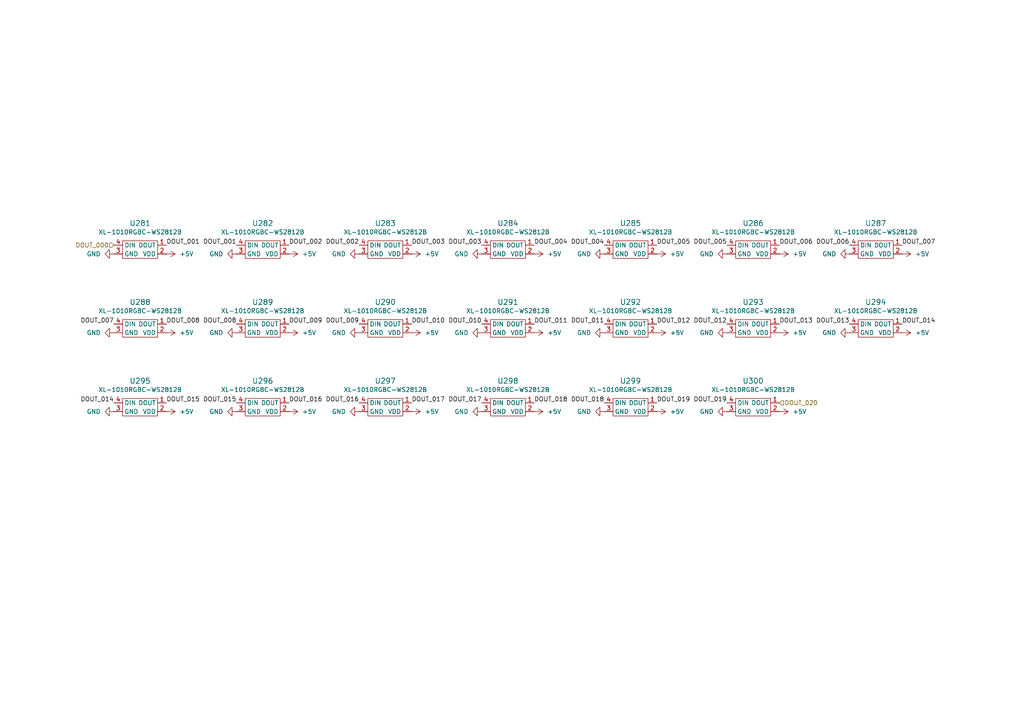
<source format=kicad_sch>
(kicad_sch (version 20250114) (generator "eeschema") (generator_version "9.0")
  (paper "A4")
  (lib_symbols
    (symbol "SK6805-EC10-000:SK6805_EC10-000"
      (property "Reference" "U" (at -2.54 3.556 0))
      (property "Value" "XL-1010RGBC-WS2812B" (at 1.016 -3.81 0))
      (symbol "SK6805_EC10-000_1_1"
        (rectangle (start -5.08 2.54) (end 5.08 -2.54))
        (pin passive line (at -7.62 1.27 0) (length 2.54) (name "DIN") (number "4"))
        (pin passive line (at -7.62 -1.27 0) (length 2.54) (name "GND") (number "3"))
        (pin passive line (at 7.62 1.27 180) (length 2.54) (name "DOUT") (number "1"))
        (pin passive line (at 7.62 -1.27 180) (length 2.54) (name "VDD") (number "2"))
      )
    )
    (symbol "power:+5V" (power) (pin_numbers (hide yes)) (pin_names (offset 0) (hide yes))
      (property "Value" "+5V" (at 0 3.556 0))
      (symbol "+5V_0_1"
        (polyline (pts (xy -0.762 1.27) (xy 0 2.54)))
        (polyline (pts (xy 0 2.54) (xy 0.762 1.27)))
        (polyline (pts (xy 0 0) (xy 0 2.54)))
      )
      (symbol "+5V_1_1"
        (pin power_in line (at 0 0 90) (length 0) (name "~") (number "1"))
      )
    )
    (symbol "power:GND" (power) (pin_numbers (hide yes)) (pin_names (offset 0) (hide yes))
      (property "Value" "GND" (at 0 -3.81 0))
      (symbol "GND_0_1"
        (polyline (pts (xy 0 0) (xy 0 -1.27) (xy 1.27 -1.27) (xy 0 -2.54) (xy -1.27 -1.27) (xy 0 -1.27)))
      )
      (symbol "GND_1_1"
        (pin power_in line (at 0 0 270) (length 0) (name "~") (number "1"))
      )
    )
  )
  (label "DOUT_001" (at 48.26 71.12 0))
  (label "DOUT_010" (at 119.38 93.98 0))
  (label "DOUT_015" (at 68.58 116.84 180))
  (label "DOUT_012" (at 210.82 93.98 180))
  (label "DOUT_004" (at 154.94 71.12 0))
  (label "DOUT_011" (at 154.94 93.98 0))
  (label "DOUT_010" (at 139.7 93.98 180))
  (label "DOUT_007" (at 33.02 93.98 180))
  (label "DOUT_019" (at 210.82 116.84 180))
  (label "DOUT_008" (at 48.26 93.98 0))
  (label "DOUT_019" (at 190.5 116.84 0))
  (label "DOUT_009" (at 83.82 93.98 0))
  (label "DOUT_004" (at 175.26 71.12 180))
  (label "DOUT_006" (at 226.06 71.12 0))
  (label "DOUT_016" (at 104.14 116.84 180))
  (label "DOUT_018" (at 175.26 116.84 180))
  (label "DOUT_013" (at 226.06 93.98 0))
  (label "DOUT_017" (at 139.7 116.84 180))
  (label "DOUT_002" (at 104.14 71.12 180))
  (label "DOUT_003" (at 119.38 71.12 0))
  (label "DOUT_016" (at 83.82 116.84 0))
  (label "DOUT_012" (at 190.5 93.98 0))
  (label "DOUT_014" (at 33.02 116.84 180))
  (label "DOUT_011" (at 175.26 93.98 180))
  (label "DOUT_017" (at 119.38 116.84 0))
  (label "DOUT_018" (at 154.94 116.84 0))
  (label "DOUT_002" (at 83.82 71.12 0))
  (label "DOUT_001" (at 68.58 71.12 180))
  (label "DOUT_005" (at 190.5 71.12 0))
  (label "DOUT_008" (at 68.58 93.98 180))
  (label "DOUT_013" (at 246.38 93.98 180))
  (label "DOUT_015" (at 48.26 116.84 0))
  (label "DOUT_009" (at 104.14 93.98 180))
  (label "DOUT_003" (at 139.7 71.12 180))
  (label "DOUT_005" (at 210.82 71.12 180))
  (label "DOUT_007" (at 261.62 71.12 0))
  (label "DOUT_006" (at 246.38 71.12 180))
  (label "DOUT_014" (at 261.62 93.98 0))
  (hierarchical_label "DOUT_000" (shape input) (at 33.02 71.12 180))
  (hierarchical_label "DOUT_020" (shape input) (at 226.06 116.84 0))
  (symbol (lib_id "power:+5V") (at 226.06 73.66 270) (unit 1)
    (property "Reference" "#PWR1190" (effects (hide yes)))
    (property "Value" "+5V" (at 229.87 73.6601 90) (effects (justify left)))
    (property "Description" "Power symbol creates a global label with name \"+5V\"" (effects (hide yes)))
  )
  (symbol (lib_id "power:+5V") (at 190.5 96.52 270) (unit 1)
    (property "Reference" "#PWR1179" (effects (hide yes)))
    (property "Value" "+5V" (at 194.31 96.5201 90) (effects (justify left)))
    (property "Description" "Power symbol creates a global label with name \"+5V\"" (effects (hide yes)))
  )
  (symbol (lib_id "power:GND") (at 33.02 96.52 270) (unit 1)
    (property "Reference" "#PWR1122" (effects (hide yes)))
    (property "Value" "GND" (at 29.21 96.5199 90) (effects (justify right)))
    (property "Description" "Power symbol creates a global label with name \"GND\" , ground" (effects (hide yes)))
  )
  (symbol (lib_id "power:GND") (at 139.7 96.52 270) (unit 1)
    (property "Reference" "#PWR1158" (effects (hide yes)))
    (property "Value" "GND" (at 135.89 96.5199 90) (effects (justify right)))
    (property "Description" "Power symbol creates a global label with name \"GND\" , ground" (effects (hide yes)))
  )
  (symbol (lib_id "SK6805-EC10-000:SK6805_EC10-000") (at 76.2 72.39 0) (unit 1)
    (property "Reference" "U282" (at 76.2 64.77 0) (effects (font (size 1.524 1.524))))
    (property "Value" "XL-1010RGBC-WS2812B" (at 76.2 67.31 0))
    (property "Footprint" "SK6805-EC10-000:SMD-4P,1.1x1.1mm" (effects (hide yes)))
    (property "Datasheet" "4492" (effects (hide yes)))
    (property "LCSC" "C5349953" (effects (hide yes)))
  )
  (symbol (lib_id "power:GND") (at 33.02 73.66 270) (unit 1)
    (property "Reference" "#PWR1121" (effects (hide yes)))
    (property "Value" "GND" (at 29.21 73.6599 90) (effects (justify right)))
    (property "Description" "Power symbol creates a global label with name \"GND\" , ground" (effects (hide yes)))
  )
  (symbol (lib_id "power:GND") (at 68.58 96.52 270) (unit 1)
    (property "Reference" "#PWR1134" (effects (hide yes)))
    (property "Value" "GND" (at 64.77 96.5199 90) (effects (justify right)))
    (property "Description" "Power symbol creates a global label with name \"GND\" , ground" (effects (hide yes)))
  )
  (symbol (lib_id "power:GND") (at 33.02 119.38 270) (unit 1)
    (property "Reference" "#PWR1123" (effects (hide yes)))
    (property "Value" "GND" (at 29.21 119.3799 90) (effects (justify right)))
    (property "Description" "Power symbol creates a global label with name \"GND\" , ground" (effects (hide yes)))
  )
  (symbol (lib_id "SK6805-EC10-000:SK6805_EC10-000") (at 182.88 95.25 0) (unit 1)
    (property "Reference" "U292" (at 182.88 87.63 0) (effects (font (size 1.524 1.524))))
    (property "Value" "XL-1010RGBC-WS2812B" (at 182.88 90.17 0))
    (property "Footprint" "SK6805-EC10-000:SMD-4P,1.1x1.1mm" (effects (hide yes)))
    (property "Datasheet" "4492" (effects (hide yes)))
    (property "LCSC" "C5349953" (effects (hide yes)))
  )
  (symbol (lib_id "power:+5V") (at 48.26 96.52 270) (unit 1)
    (property "Reference" "#PWR1131" (effects (hide yes)))
    (property "Value" "+5V" (at 52.07 96.5201 90) (effects (justify left)))
    (property "Description" "Power symbol creates a global label with name \"+5V\"" (effects (hide yes)))
  )
  (symbol (lib_id "power:GND") (at 175.26 96.52 270) (unit 1)
    (property "Reference" "#PWR1170" (effects (hide yes)))
    (property "Value" "GND" (at 171.45 96.5199 90) (effects (justify right)))
    (property "Description" "Power symbol creates a global label with name \"GND\" , ground" (effects (hide yes)))
  )
  (symbol (lib_id "power:GND") (at 210.82 73.66 270) (unit 1)
    (property "Reference" "#PWR1181" (effects (hide yes)))
    (property "Value" "GND" (at 207.01 73.6599 90) (effects (justify right)))
    (property "Description" "Power symbol creates a global label with name \"GND\" , ground" (effects (hide yes)))
  )
  (symbol (lib_id "SK6805-EC10-000:SK6805_EC10-000") (at 111.76 72.39 0) (unit 1)
    (property "Reference" "U283" (at 111.76 64.77 0) (effects (font (size 1.524 1.524))))
    (property "Value" "XL-1010RGBC-WS2812B" (at 111.76 67.31 0))
    (property "Footprint" "SK6805-EC10-000:SMD-4P,1.1x1.1mm" (effects (hide yes)))
    (property "Datasheet" "4492" (effects (hide yes)))
    (property "LCSC" "C5349953" (effects (hide yes)))
  )
  (symbol (lib_id "SK6805-EC10-000:SK6805_EC10-000") (at 111.76 118.11 0) (unit 1)
    (property "Reference" "U297" (at 111.76 110.49 0) (effects (font (size 1.524 1.524))))
    (property "Value" "XL-1010RGBC-WS2812B" (at 111.76 113.03 0))
    (property "Footprint" "SK6805-EC10-000:SMD-4P,1.1x1.1mm" (effects (hide yes)))
    (property "Datasheet" "4492" (effects (hide yes)))
    (property "LCSC" "C5349953" (effects (hide yes)))
  )
  (symbol (lib_id "SK6805-EC10-000:SK6805_EC10-000") (at 76.2 118.11 0) (unit 1)
    (property "Reference" "U296" (at 76.2 110.49 0) (effects (font (size 1.524 1.524))))
    (property "Value" "XL-1010RGBC-WS2812B" (at 76.2 113.03 0))
    (property "Footprint" "SK6805-EC10-000:SMD-4P,1.1x1.1mm" (effects (hide yes)))
    (property "Datasheet" "4492" (effects (hide yes)))
    (property "LCSC" "C5349953" (effects (hide yes)))
  )
  (symbol (lib_id "power:GND") (at 104.14 96.52 270) (unit 1)
    (property "Reference" "#PWR1146" (effects (hide yes)))
    (property "Value" "GND" (at 100.33 96.5199 90) (effects (justify right)))
    (property "Description" "Power symbol creates a global label with name \"GND\" , ground" (effects (hide yes)))
  )
  (symbol (lib_id "power:GND") (at 68.58 73.66 270) (unit 1)
    (property "Reference" "#PWR1133" (effects (hide yes)))
    (property "Value" "GND" (at 64.77 73.6599 90) (effects (justify right)))
    (property "Description" "Power symbol creates a global label with name \"GND\" , ground" (effects (hide yes)))
  )
  (symbol (lib_id "SK6805-EC10-000:SK6805_EC10-000") (at 218.44 72.39 0) (unit 1)
    (property "Reference" "U286" (at 218.44 64.77 0) (effects (font (size 1.524 1.524))))
    (property "Value" "XL-1010RGBC-WS2812B" (at 218.44 67.31 0))
    (property "Footprint" "SK6805-EC10-000:SMD-4P,1.1x1.1mm" (effects (hide yes)))
    (property "Datasheet" "4492" (effects (hide yes)))
    (property "LCSC" "C5349953" (effects (hide yes)))
  )
  (symbol (lib_id "SK6805-EC10-000:SK6805_EC10-000") (at 254 72.39 0) (unit 1)
    (property "Reference" "U287" (at 254 64.77 0) (effects (font (size 1.524 1.524))))
    (property "Value" "XL-1010RGBC-WS2812B" (at 254 67.31 0))
    (property "Footprint" "SK6805-EC10-000:SMD-4P,1.1x1.1mm" (effects (hide yes)))
    (property "Datasheet" "4492" (effects (hide yes)))
    (property "LCSC" "C5349953" (effects (hide yes)))
  )
  (symbol (lib_id "power:+5V") (at 119.38 96.52 270) (unit 1)
    (property "Reference" "#PWR1155" (effects (hide yes)))
    (property "Value" "+5V" (at 123.19 96.5201 90) (effects (justify left)))
    (property "Description" "Power symbol creates a global label with name \"+5V\"" (effects (hide yes)))
  )
  (symbol (lib_id "power:+5V") (at 83.82 73.66 270) (unit 1)
    (property "Reference" "#PWR1142" (effects (hide yes)))
    (property "Value" "+5V" (at 87.63 73.6601 90) (effects (justify left)))
    (property "Description" "Power symbol creates a global label with name \"+5V\"" (effects (hide yes)))
  )
  (symbol (lib_id "SK6805-EC10-000:SK6805_EC10-000") (at 218.44 118.11 0) (unit 1)
    (property "Reference" "U300" (at 218.44 110.49 0) (effects (font (size 1.524 1.524))))
    (property "Value" "XL-1010RGBC-WS2812B" (at 218.44 113.03 0))
    (property "Footprint" "SK6805-EC10-000:SMD-4P,1.1x1.1mm" (effects (hide yes)))
    (property "Datasheet" "4492" (effects (hide yes)))
    (property "LCSC" "C5349953" (effects (hide yes)))
  )
  (symbol (lib_id "SK6805-EC10-000:SK6805_EC10-000") (at 182.88 118.11 0) (unit 1)
    (property "Reference" "U299" (at 182.88 110.49 0) (effects (font (size 1.524 1.524))))
    (property "Value" "XL-1010RGBC-WS2812B" (at 182.88 113.03 0))
    (property "Footprint" "SK6805-EC10-000:SMD-4P,1.1x1.1mm" (effects (hide yes)))
    (property "Datasheet" "4492" (effects (hide yes)))
    (property "LCSC" "C5349953" (effects (hide yes)))
  )
  (symbol (lib_id "SK6805-EC10-000:SK6805_EC10-000") (at 147.32 118.11 0) (unit 1)
    (property "Reference" "U298" (at 147.32 110.49 0) (effects (font (size 1.524 1.524))))
    (property "Value" "XL-1010RGBC-WS2812B" (at 147.32 113.03 0))
    (property "Footprint" "SK6805-EC10-000:SMD-4P,1.1x1.1mm" (effects (hide yes)))
    (property "Datasheet" "4492" (effects (hide yes)))
    (property "LCSC" "C5349953" (effects (hide yes)))
  )
  (symbol (lib_id "power:GND") (at 246.38 73.66 270) (unit 1)
    (property "Reference" "#PWR1193" (effects (hide yes)))
    (property "Value" "GND" (at 242.57 73.6599 90) (effects (justify right)))
    (property "Description" "Power symbol creates a global label with name \"GND\" , ground" (effects (hide yes)))
  )
  (symbol (lib_id "power:+5V") (at 261.62 73.66 270) (unit 1)
    (property "Reference" "#PWR1199" (effects (hide yes)))
    (property "Value" "+5V" (at 265.43 73.6601 90) (effects (justify left)))
    (property "Description" "Power symbol creates a global label with name \"+5V\"" (effects (hide yes)))
  )
  (symbol (lib_id "SK6805-EC10-000:SK6805_EC10-000") (at 147.32 72.39 0) (unit 1)
    (property "Reference" "U284" (at 147.32 64.77 0) (effects (font (size 1.524 1.524))))
    (property "Value" "XL-1010RGBC-WS2812B" (at 147.32 67.31 0))
    (property "Footprint" "SK6805-EC10-000:SMD-4P,1.1x1.1mm" (effects (hide yes)))
    (property "Datasheet" "4492" (effects (hide yes)))
    (property "LCSC" "C5349953" (effects (hide yes)))
  )
  (symbol (lib_id "power:+5V") (at 48.26 119.38 270) (unit 1)
    (property "Reference" "#PWR1132" (effects (hide yes)))
    (property "Value" "+5V" (at 52.07 119.3801 90) (effects (justify left)))
    (property "Description" "Power symbol creates a global label with name \"+5V\"" (effects (hide yes)))
  )
  (symbol (lib_id "power:GND") (at 246.38 96.52 270) (unit 1)
    (property "Reference" "#PWR1194" (effects (hide yes)))
    (property "Value" "GND" (at 242.57 96.5199 90) (effects (justify right)))
    (property "Description" "Power symbol creates a global label with name \"GND\" , ground" (effects (hide yes)))
  )
  (symbol (lib_id "power:+5V") (at 83.82 119.38 270) (unit 1)
    (property "Reference" "#PWR1144" (effects (hide yes)))
    (property "Value" "+5V" (at 87.63 119.3801 90) (effects (justify left)))
    (property "Description" "Power symbol creates a global label with name \"+5V\"" (effects (hide yes)))
  )
  (symbol (lib_id "power:+5V") (at 154.94 73.66 270) (unit 1)
    (property "Reference" "#PWR1166" (effects (hide yes)))
    (property "Value" "+5V" (at 158.75 73.6601 90) (effects (justify left)))
    (property "Description" "Power symbol creates a global label with name \"+5V\"" (effects (hide yes)))
  )
  (symbol (lib_id "power:+5V") (at 154.94 96.52 270) (unit 1)
    (property "Reference" "#PWR1167" (effects (hide yes)))
    (property "Value" "+5V" (at 158.75 96.5201 90) (effects (justify left)))
    (property "Description" "Power symbol creates a global label with name \"+5V\"" (effects (hide yes)))
  )
  (symbol (lib_id "power:GND") (at 210.82 96.52 270) (unit 1)
    (property "Reference" "#PWR1182" (effects (hide yes)))
    (property "Value" "GND" (at 207.01 96.5199 90) (effects (justify right)))
    (property "Description" "Power symbol creates a global label with name \"GND\" , ground" (effects (hide yes)))
  )
  (symbol (lib_id "power:GND") (at 104.14 119.38 270) (unit 1)
    (property "Reference" "#PWR1147" (effects (hide yes)))
    (property "Value" "GND" (at 100.33 119.3799 90) (effects (justify right)))
    (property "Description" "Power symbol creates a global label with name \"GND\" , ground" (effects (hide yes)))
  )
  (symbol (lib_id "SK6805-EC10-000:SK6805_EC10-000") (at 147.32 95.25 0) (unit 1)
    (property "Reference" "U291" (at 147.32 87.63 0) (effects (font (size 1.524 1.524))))
    (property "Value" "XL-1010RGBC-WS2812B" (at 147.32 90.17 0))
    (property "Footprint" "SK6805-EC10-000:SMD-4P,1.1x1.1mm" (effects (hide yes)))
    (property "Datasheet" "4492" (effects (hide yes)))
    (property "LCSC" "C5349953" (effects (hide yes)))
  )
  (symbol (lib_id "SK6805-EC10-000:SK6805_EC10-000") (at 111.76 95.25 0) (unit 1)
    (property "Reference" "U290" (at 111.76 87.63 0) (effects (font (size 1.524 1.524))))
    (property "Value" "XL-1010RGBC-WS2812B" (at 111.76 90.17 0))
    (property "Footprint" "SK6805-EC10-000:SMD-4P,1.1x1.1mm" (effects (hide yes)))
    (property "Datasheet" "4492" (effects (hide yes)))
    (property "LCSC" "C5349953" (effects (hide yes)))
  )
  (symbol (lib_id "power:+5V") (at 190.5 73.66 270) (unit 1)
    (property "Reference" "#PWR1178" (effects (hide yes)))
    (property "Value" "+5V" (at 194.31 73.6601 90) (effects (justify left)))
    (property "Description" "Power symbol creates a global label with name \"+5V\"" (effects (hide yes)))
  )
  (symbol (lib_id "SK6805-EC10-000:SK6805_EC10-000") (at 40.64 72.39 0) (unit 1)
    (property "Reference" "U281" (at 40.64 64.77 0) (effects (font (size 1.524 1.524))))
    (property "Value" "XL-1010RGBC-WS2812B" (at 40.64 67.31 0))
    (property "Footprint" "SK6805-EC10-000:SMD-4P,1.1x1.1mm" (effects (hide yes)))
    (property "Datasheet" "4492" (effects (hide yes)))
    (property "LCSC" "C5349953" (effects (hide yes)))
  )
  (symbol (lib_id "power:+5V") (at 119.38 119.38 270) (unit 1)
    (property "Reference" "#PWR1156" (effects (hide yes)))
    (property "Value" "+5V" (at 123.19 119.3801 90) (effects (justify left)))
    (property "Description" "Power symbol creates a global label with name \"+5V\"" (effects (hide yes)))
  )
  (symbol (lib_id "power:+5V") (at 119.38 73.66 270) (unit 1)
    (property "Reference" "#PWR1154" (effects (hide yes)))
    (property "Value" "+5V" (at 123.19 73.6601 90) (effects (justify left)))
    (property "Description" "Power symbol creates a global label with name \"+5V\"" (effects (hide yes)))
  )
  (symbol (lib_id "power:+5V") (at 154.94 119.38 270) (unit 1)
    (property "Reference" "#PWR1168" (effects (hide yes)))
    (property "Value" "+5V" (at 158.75 119.3801 90) (effects (justify left)))
    (property "Description" "Power symbol creates a global label with name \"+5V\"" (effects (hide yes)))
  )
  (symbol (lib_id "power:GND") (at 104.14 73.66 270) (unit 1)
    (property "Reference" "#PWR1145" (effects (hide yes)))
    (property "Value" "GND" (at 100.33 73.6599 90) (effects (justify right)))
    (property "Description" "Power symbol creates a global label with name \"GND\" , ground" (effects (hide yes)))
  )
  (symbol (lib_id "SK6805-EC10-000:SK6805_EC10-000") (at 218.44 95.25 0) (unit 1)
    (property "Reference" "U293" (at 218.44 87.63 0) (effects (font (size 1.524 1.524))))
    (property "Value" "XL-1010RGBC-WS2812B" (at 218.44 90.17 0))
    (property "Footprint" "SK6805-EC10-000:SMD-4P,1.1x1.1mm" (effects (hide yes)))
    (property "Datasheet" "4492" (effects (hide yes)))
    (property "LCSC" "C5349953" (effects (hide yes)))
  )
  (symbol (lib_id "SK6805-EC10-000:SK6805_EC10-000") (at 40.64 95.25 0) (unit 1)
    (property "Reference" "U288" (at 40.64 87.63 0) (effects (font (size 1.524 1.524))))
    (property "Value" "XL-1010RGBC-WS2812B" (at 40.64 90.17 0))
    (property "Footprint" "SK6805-EC10-000:SMD-4P,1.1x1.1mm" (effects (hide yes)))
    (property "Datasheet" "4492" (effects (hide yes)))
    (property "LCSC" "C5349953" (effects (hide yes)))
  )
  (symbol (lib_id "SK6805-EC10-000:SK6805_EC10-000") (at 40.64 118.11 0) (unit 1)
    (property "Reference" "U295" (at 40.64 110.49 0) (effects (font (size 1.524 1.524))))
    (property "Value" "XL-1010RGBC-WS2812B" (at 40.64 113.03 0))
    (property "Footprint" "SK6805-EC10-000:SMD-4P,1.1x1.1mm" (effects (hide yes)))
    (property "Datasheet" "4492" (effects (hide yes)))
    (property "LCSC" "C5349953" (effects (hide yes)))
  )
  (symbol (lib_id "SK6805-EC10-000:SK6805_EC10-000") (at 182.88 72.39 0) (unit 1)
    (property "Reference" "U285" (at 182.88 64.77 0) (effects (font (size 1.524 1.524))))
    (property "Value" "XL-1010RGBC-WS2812B" (at 182.88 67.31 0))
    (property "Footprint" "SK6805-EC10-000:SMD-4P,1.1x1.1mm" (effects (hide yes)))
    (property "Datasheet" "4492" (effects (hide yes)))
    (property "LCSC" "C5349953" (effects (hide yes)))
  )
  (symbol (lib_id "power:+5V") (at 226.06 96.52 270) (unit 1)
    (property "Reference" "#PWR1191" (effects (hide yes)))
    (property "Value" "+5V" (at 229.87 96.5201 90) (effects (justify left)))
    (property "Description" "Power symbol creates a global label with name \"+5V\"" (effects (hide yes)))
  )
  (symbol (lib_id "power:+5V") (at 261.62 96.52 270) (unit 1)
    (property "Reference" "#PWR1200" (effects (hide yes)))
    (property "Value" "+5V" (at 265.43 96.5201 90) (effects (justify left)))
    (property "Description" "Power symbol creates a global label with name \"+5V\"" (effects (hide yes)))
  )
  (symbol (lib_id "power:GND") (at 210.82 119.38 270) (unit 1)
    (property "Reference" "#PWR1183" (effects (hide yes)))
    (property "Value" "GND" (at 207.01 119.3799 90) (effects (justify right)))
    (property "Description" "Power symbol creates a global label with name \"GND\" , ground" (effects (hide yes)))
  )
  (symbol (lib_id "power:+5V") (at 83.82 96.52 270) (unit 1)
    (property "Reference" "#PWR1143" (effects (hide yes)))
    (property "Value" "+5V" (at 87.63 96.5201 90) (effects (justify left)))
    (property "Description" "Power symbol creates a global label with name \"+5V\"" (effects (hide yes)))
  )
  (symbol (lib_id "SK6805-EC10-000:SK6805_EC10-000") (at 254 95.25 0) (unit 1)
    (property "Reference" "U294" (at 254 87.63 0) (effects (font (size 1.524 1.524))))
    (property "Value" "XL-1010RGBC-WS2812B" (at 254 90.17 0))
    (property "Footprint" "SK6805-EC10-000:SMD-4P,1.1x1.1mm" (effects (hide yes)))
    (property "Datasheet" "4492" (effects (hide yes)))
    (property "LCSC" "C5349953" (effects (hide yes)))
  )
  (symbol (lib_id "SK6805-EC10-000:SK6805_EC10-000") (at 76.2 95.25 0) (unit 1)
    (property "Reference" "U289" (at 76.2 87.63 0) (effects (font (size 1.524 1.524))))
    (property "Value" "XL-1010RGBC-WS2812B" (at 76.2 90.17 0))
    (property "Footprint" "SK6805-EC10-000:SMD-4P,1.1x1.1mm" (effects (hide yes)))
    (property "Datasheet" "4492" (effects (hide yes)))
    (property "LCSC" "C5349953" (effects (hide yes)))
  )
  (symbol (lib_id "power:+5V") (at 190.5 119.38 270) (unit 1)
    (property "Reference" "#PWR1180" (effects (hide yes)))
    (property "Value" "+5V" (at 194.31 119.3801 90) (effects (justify left)))
    (property "Description" "Power symbol creates a global label with name \"+5V\"" (effects (hide yes)))
  )
  (symbol (lib_id "power:+5V") (at 226.06 119.38 270) (unit 1)
    (property "Reference" "#PWR1192" (effects (hide yes)))
    (property "Value" "+5V" (at 229.87 119.3801 90) (effects (justify left)))
    (property "Description" "Power symbol creates a global label with name \"+5V\"" (effects (hide yes)))
  )
  (symbol (lib_id "power:GND") (at 175.26 119.38 270) (unit 1)
    (property "Reference" "#PWR1171" (effects (hide yes)))
    (property "Value" "GND" (at 171.45 119.3799 90) (effects (justify right)))
    (property "Description" "Power symbol creates a global label with name \"GND\" , ground" (effects (hide yes)))
  )
  (symbol (lib_id "power:GND") (at 68.58 119.38 270) (unit 1)
    (property "Reference" "#PWR1135" (effects (hide yes)))
    (property "Value" "GND" (at 64.77 119.3799 90) (effects (justify right)))
    (property "Description" "Power symbol creates a global label with name \"GND\" , ground" (effects (hide yes)))
  )
  (symbol (lib_id "power:+5V") (at 48.26 73.66 270) (unit 1)
    (property "Reference" "#PWR1130" (effects (hide yes)))
    (property "Value" "+5V" (at 52.07 73.6601 90) (effects (justify left)))
    (property "Description" "Power symbol creates a global label with name \"+5V\"" (effects (hide yes)))
  )
  (symbol (lib_id "power:GND") (at 139.7 73.66 270) (unit 1)
    (property "Reference" "#PWR1157" (effects (hide yes)))
    (property "Value" "GND" (at 135.89 73.6599 90) (effects (justify right)))
    (property "Description" "Power symbol creates a global label with name \"GND\" , ground" (effects (hide yes)))
  )
  (symbol (lib_id "power:GND") (at 175.26 73.66 270) (unit 1)
    (property "Reference" "#PWR1169" (effects (hide yes)))
    (property "Value" "GND" (at 171.45 73.6599 90) (effects (justify right)))
    (property "Description" "Power symbol creates a global label with name \"GND\" , ground" (effects (hide yes)))
  )
  (symbol (lib_id "power:GND") (at 139.7 119.38 270) (unit 1)
    (property "Reference" "#PWR1159" (effects (hide yes)))
    (property "Value" "GND" (at 135.89 119.3799 90) (effects (justify right)))
    (property "Description" "Power symbol creates a global label with name \"GND\" , ground" (effects (hide yes)))
  )
)
</source>
